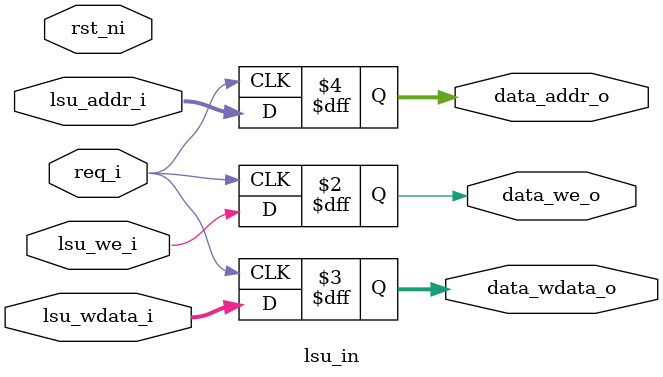
<source format=sv>


module lsu_in(
	//control signal
	input  logic        req_i,
	input  logic		rst_ni,

	//interface LSU / Previous
	input  logic		lsu_we_i,
	input  logic [31:0] lsu_wdata_i,
	input  logic [31:0]	lsu_addr_i,

	//interface LSU / MEM
	output logic		data_we_o,
	output logic [31:0]	data_wdata_o,
	output logic [31:0]	data_addr_o
);

always_ff @(posedge(req_i)) begin
	data_we_o 	 <= lsu_we_i;
	data_wdata_o <= lsu_wdata_i;
	data_addr_o  <= lsu_addr_i;
end

endmodule

</source>
